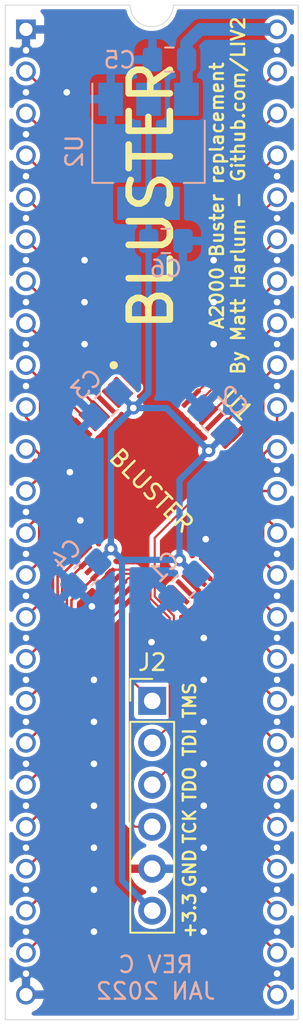
<source format=kicad_pcb>
(kicad_pcb (version 20211014) (generator pcbnew)
  (layers (0 "F.Cu" signal) (31 "B.Cu" signal) (34 "B.Paste" user) (35 "F.Paste" user) (36 "B.SilkS" user "B.Silkscreen") (37 "F.SilkS" user "F.Silkscreen") (38 "B.Mask" user) (39 "F.Mask" user) (44 "Edge.Cuts" user))
  (net 0 "")
  (net 1 "GND")
  (net 2 "+3V3")
  (net 3 "+5V")
  (net 4 "/TCK")
  (net 5 "/TDO")
  (net 6 "/TDI")
  (net 7 "/TMS")
  (net 8 "/DOE")
  (net 9 "/GBG")
  (net 10 "/~{DBOE}")
  (net 11 "/~{C4}")
  (net 12 "/D2P")
  (net 13 "/~{C2}")
  (net 14 "/C3")
  (net 15 "/C1")
  (net 16 "/~{RST}")
  (net 17 "/~{CDAC}")
  (net 18 "/~{OWN}")
  (net 19 "/~{BG}")
  (net 20 "/~{OVR}")
  (net 21 "/~{SLAVE5}")
  (net 22 "/~{BOSS}")
  (net 23 "/~{SLAVE4}")
  (net 24 "/~{UDS}")
  (net 25 "/~{SLAVE3}")
  (net 26 "/~{LDS}")
  (net 27 "/~{SLAVE2}")
  (net 28 "/~{AS}")
  (net 29 "/~{SLAVE1}")
  (net 30 "/READ")
  (net 31 "/~{BR5}")
  (net 32 "/~{A23}")
  (net 33 "/~{BR4}")
  (net 34 "/~{A22}")
  (net 35 "/~{BR3}")
  (net 36 "/~{A21}")
  (net 37 "/~{BR2}")
  (net 38 "/~{A20}")
  (net 39 "/~{BR1}")
  (net 40 "/~{A19}")
  (net 41 "/~{BG5}")
  (net 42 "/~{CBG}")
  (net 43 "/~{BG4}")
  (net 44 "/~{CBR}")
  (net 45 "/~{BG3}")
  (net 46 "/~{BR}")
  (net 47 "/~{BG2}")
  (net 48 "/~{BEER}")
  (net 49 "/~{BG1}")
  (net 50 "/PTEST")
  (net 51 "/TEST")
  (net 52 "/25")
  (footprint "Package_DIP:DIP-48_W15.24mm_Socket" (layer "F.Cu") (at 161.28 39.57)
    (fp_text reference "J1" hide)
    (fp_text value "Buster" hide)
    (pad "1" thru_hole rect (at 0 0) (size 1.2 1.2) (drill 0.8) (layers *.Cu *.Mask) (net 1 "GND"))
    (pad "2" thru_hole oval (at 0 2.54) (size 1.2 1.2) (drill 0.8) (layers *.Cu *.Mask) (net 49 "/~{BG1}"))
    (pad "3" thru_hole oval (at 0 5.08) (size 1.2 1.2) (drill 0.8) (layers *.Cu *.Mask) (net 47 "/~{BG2}"))
    (pad "4" thru_hole oval (at 0 7.62) (size 1.2 1.2) (drill 0.8) (layers *.Cu *.Mask) (net 45 "/~{BG3}"))
    (pad "5" thru_hole oval (at 0 10.16) (size 1.2 1.2) (drill 0.8) (layers *.Cu *.Mask) (net 43 "/~{BG4}"))
    (pad "6" thru_hole oval (at 0 12.7) (size 1.2 1.2) (drill 0.8) (layers *.Cu *.Mask) (net 41 "/~{BG5}"))
    (pad "7" thru_hole oval (at 0 15.24) (size 1.2 1.2) (drill 0.8) (layers *.Cu *.Mask) (net 39 "/~{BR1}"))
    (pad "8" thru_hole oval (at 0 17.78) (size 1.2 1.2) (drill 0.8) (layers *.Cu *.Mask) (net 37 "/~{BR2}"))
    (pad "9" thru_hole oval (at 0 20.32) (size 1.2 1.2) (drill 0.8) (layers *.Cu *.Mask) (net 35 "/~{BR3}"))
    (pad "10" thru_hole oval (at 0 22.86) (size 1.2 1.2) (drill 0.8) (layers *.Cu *.Mask) (net 33 "/~{BR4}"))
    (pad "11" thru_hole oval (at 0 25.4) (size 1.2 1.2) (drill 0.8) (layers *.Cu *.Mask) (net 31 "/~{BR5}"))
    (pad "12" thru_hole oval (at 0 27.94) (size 1.2 1.2) (drill 0.8) (layers *.Cu *.Mask) (net 29 "/~{SLAVE1}"))
    (pad "13" thru_hole oval (at 0 30.48) (size 1.2 1.2) (drill 0.8) (layers *.Cu *.Mask) (net 27 "/~{SLAVE2}"))
    (pad "14" thru_hole oval (at 0 33.02) (size 1.2 1.2) (drill 0.8) (layers *.Cu *.Mask) (net 25 "/~{SLAVE3}"))
    (pad "15" thru_hole oval (at 0 35.56) (size 1.2 1.2) (drill 0.8) (layers *.Cu *.Mask) (net 23 "/~{SLAVE4}"))
    (pad "16" thru_hole oval (at 0 38.1) (size 1.2 1.2) (drill 0.8) (layers *.Cu *.Mask) (net 21 "/~{SLAVE5}"))
    (pad "17" thru_hole oval (at 0 40.64) (size 1.2 1.2) (drill 0.8) (layers *.Cu *.Mask) (net 19 "/~{BG}"))
    (pad "18" thru_hole oval (at 0 43.18) (size 1.2 1.2) (drill 0.8) (layers *.Cu *.Mask) (net 17 "/~{CDAC}"))
    (pad "19" thru_hole oval (at 0 45.72) (size 1.2 1.2) (drill 0.8) (layers *.Cu *.Mask) (net 15 "/C1"))
    (pad "20" thru_hole oval (at 0 48.26) (size 1.2 1.2) (drill 0.8) (layers *.Cu *.Mask) (net 14 "/C3"))
    (pad "21" thru_hole oval (at 0 50.8) (size 1.2 1.2) (drill 0.8) (layers *.Cu *.Mask) (net 13 "/~{C2}"))
    (pad "22" thru_hole oval (at 0 53.34) (size 1.2 1.2) (drill 0.8) (layers *.Cu *.Mask) (net 11 "/~{C4}"))
    (pad "23" thru_hole oval (at 0 55.88) (size 1.2 1.2) (drill 0.8) (layers *.Cu *.Mask) (net 9 "/GBG"))
    (pad "24" thru_hole oval (at 0 58.42) (size 1.2 1.2) (drill 0.8) (layers *.Cu *.Mask) (net 1 "GND"))
    (pad "25" thru_hole oval (at 15.24 58.42) (size 1.2 1.2) (drill 0.8) (layers *.Cu *.Mask) (net 52 "/25"))
    (pad "26" thru_hole oval (at 15.24 55.88) (size 1.2 1.2) (drill 0.8) (layers *.Cu *.Mask) (net 48 "/~{BEER}"))
    (pad "27" thru_hole oval (at 15.24 53.34) (size 1.2 1.2) (drill 0.8) (layers *.Cu *.Mask) (net 46 "/~{BR}"))
    (pad "28" thru_hole oval (at 15.24 50.8) (size 1.2 1.2) (drill 0.8) (layers *.Cu *.Mask) (net 44 "/~{CBR}"))
    (pad "29" thru_hole oval (at 15.24 48.26) (size 1.2 1.2) (drill 0.8) (layers *.Cu *.Mask) (net 42 "/~{CBG}"))
    (pad "30" thru_hole oval (at 15.24 45.72) (size 1.2 1.2) (drill 0.8) (layers *.Cu *.Mask) (net 40 "/~{A19}"))
    (pad "31" thru_hole oval (at 15.24 43.18) (size 1.2 1.2) (drill 0.8) (layers *.Cu *.Mask) (net 38 "/~{A20}"))
    (pad "32" thru_hole oval (at 15.24 40.64) (size 1.2 1.2) (drill 0.8) (layers *.Cu *.Mask) (net 36 "/~{A21}"))
    (pad "33" thru_hole oval (at 15.24 38.1) (size 1.2 1.2) (drill 0.8) (layers *.Cu *.Mask) (net 34 "/~{A22}"))
    (pad "34" thru_hole oval (at 15.24 35.56) (size 1.2 1.2) (drill 0.8) (layers *.Cu *.Mask) (net 32 "/~{A23}"))
    (pad "35" thru_hole oval (at 15.24 33.02) (size 1.2 1.2) (drill 0.8) (layers *.Cu *.Mask) (net 30 "/READ"))
    (pad "36" thru_hole oval (at 15.24 30.48) (size 1.2 1.2) (drill 0.8) (layers *.Cu *.Mask) (net 28 "/~{AS}"))
    (pad "37" thru_hole oval (at 15.24 27.94) (size 1.2 1.2) (drill 0.8) (layers *.Cu *.Mask) (net 26 "/~{LDS}"))
    (pad "38" thru_hole oval (at 15.24 25.4) (size 1.2 1.2) (drill 0.8) (layers *.Cu *.Mask) (net 24 "/~{UDS}"))
    (pad "39" thru_hole oval (at 15.24 22.86) (size 1.2 1.2) (drill 0.8) (layers *.Cu *.Mask) (net 22 "/~{BOSS}"))
    (pad "40" thru_hole oval (at 15.24 20.32) (size 1.2 1.2) (drill 0.8) (layers *.Cu *.Mask) (net 20 "/~{OVR}"))
    (pad "41" thru_hole oval (at 15.24 17.78) (size 1.2 1.2) (drill 0.8) (layers *.Cu *.Mask) (net 18 "/~{OWN}"))
    (pad "42" thru_hole oval (at 15.24 15.24) (size 1.2 1.2) (drill 0.8) (layers *.Cu *.Mask) (net 16 "/~{RST}"))
    (pad "43" thru_hole oval (at 15.24 12.7) (size 1.2 1.2) (drill 0.8) (layers *.Cu *.Mask) (net 51 "/TEST"))
    (pad "44" thru_hole oval (at 15.24 10.16) (size 1.2 1.2) (drill 0.8) (layers *.Cu *.Mask) (net 50 "/PTEST"))
    (pad "45" thru_hole oval (at 15.24 7.62) (size 1.2 1.2) (drill 0.8) (layers *.Cu *.Mask) (net 12 "/D2P"))
    (pad "46" thru_hole oval (at 15.24 5.08) (size 1.2 1.2) (drill 0.8) (layers *.Cu *.Mask) (net 10 "/~{DBOE}"))
    (pad "47" thru_hole oval (at 15.24 2.54) (size 1.2 1.2) (drill 0.8) (layers *.Cu *.Mask) (net 8 "/DOE"))
    (pad "48" thru_hole oval (at 15.24 0) (size 1.2 1.2) (drill 0.8) (layers *.Cu *.Mask) (net 3 "+5V"))
  )
  (footprint "Package_QFP:TQFP-64_10x10mm_P0.5mm" (layer "F.Cu") (at 168.8973 67.4878 -45)
    (fp_text reference "U1" (at 0 -7.35 -45) (layer "F.SilkS"))
    (fp_text value "BLUSTER" (at 0 0 -45) (layer "F.SilkS"))
    (fp_arc (start -6.800188 -3.700297) (mid -7.174073 -3.769778) (end -6.7945 -3.7465) (layer "F.SilkS") (width 0.12))
    (fp_poly (pts (xy -6.7945 -3.7465) (xy -6.985 -3.556) (xy -7.1755 -3.7465) (xy -6.985 -3.937)) (layer "F.SilkS") (width 0.1) (fill solid))
    (pad "1" smd roundrect locked (at -5.6625 -3.75 315) (size 1.475 0.3) (layers "F.Cu" "F.Paste" "F.Mask"))
    (pad "2" smd roundrect locked (at -5.6625 -3.25 315) (size 1.475 0.3) (layers "F.Cu" "F.Paste" "F.Mask"))
    (pad "3" smd roundrect locked (at -5.6625 -2.75 315) (size 1.475 0.3) (layers "F.Cu" "F.Paste" "F.Mask") (net 2 "+3V3"))
    (pad "4" smd roundrect locked (at -5.6625 -2.25 315) (size 1.475 0.3) (layers "F.Cu" "F.Paste" "F.Mask"))
    (pad "5" smd roundrect locked (at -5.6625 -1.75 315) (size 1.475 0.3) (layers "F.Cu" "F.Paste" "F.Mask") (net 49 "/~{BG1}"))
    (pad "6" smd roundrect locked (at -5.6625 -1.25 315) (size 1.475 0.3) (layers "F.Cu" "F.Paste" "F.Mask") (net 47 "/~{BG2}"))
    (pad "7" smd roundrect locked (at -5.6625 -0.75 315) (size 1.475 0.3) (layers "F.Cu" "F.Paste" "F.Mask") (net 45 "/~{BG3}"))
    (pad "8" smd roundrect locked (at -5.6625 -0.25 315) (size 1.475 0.3) (layers "F.Cu" "F.Paste" "F.Mask") (net 43 "/~{BG4}"))
    (pad "9" smd roundrect locked (at -5.6625 0.25 315) (size 1.475 0.3) (layers "F.Cu" "F.Paste" "F.Mask") (net 41 "/~{BG5}"))
    (pad "10" smd roundrect locked (at -5.6625 0.75 315) (size 1.475 0.3) (layers "F.Cu" "F.Paste" "F.Mask") (net 39 "/~{BR1}"))
    (pad "11" smd roundrect locked (at -5.6625 1.25 315) (size 1.475 0.3) (layers "F.Cu" "F.Paste" "F.Mask") (net 37 "/~{BR2}"))
    (pad "12" smd roundrect locked (at -5.6625 1.75 315) (size 1.475 0.3) (layers "F.Cu" "F.Paste" "F.Mask") (net 35 "/~{BR3}"))
    (pad "13" smd roundrect locked (at -5.6625 2.25 315) (size 1.475 0.3) (layers "F.Cu" "F.Paste" "F.Mask") (net 33 "/~{BR4}"))
    (pad "14" smd roundrect locked (at -5.6625 2.75 315) (size 1.475 0.3) (layers "F.Cu" "F.Paste" "F.Mask") (net 1 "GND"))
    (pad "15" smd roundrect locked (at -5.6625 3.25 315) (size 1.475 0.3) (layers "F.Cu" "F.Paste" "F.Mask") (net 31 "/~{BR5}"))
    (pad "16" smd roundrect locked (at -5.6625 3.75 315) (size 1.475 0.3) (layers "F.Cu" "F.Paste" "F.Mask") (net 29 "/~{SLAVE1}"))
    (pad "17" smd roundrect locked (at -3.75 5.6625 315) (size 0.3 1.475) (layers "F.Cu" "F.Paste" "F.Mask") (net 27 "/~{SLAVE2}"))
    (pad "18" smd roundrect locked (at -3.25 5.6625 315) (size 0.3 1.475) (layers "F.Cu" "F.Paste" "F.Mask") (net 25 "/~{SLAVE3}"))
    (pad "19" smd roundrect locked (at -2.75 5.6625 315) (size 0.3 1.475) (layers "F.Cu" "F.Paste" "F.Mask") (net 23 "/~{SLAVE4}"))
    (pad "20" smd roundrect locked (at -2.25 5.6625 315) (size 0.3 1.475) (layers "F.Cu" "F.Paste" "F.Mask") (net 21 "/~{SLAVE5}"))
    (pad "21" smd roundrect locked (at -1.75 5.6625 315) (size 0.3 1.475) (layers "F.Cu" "F.Paste" "F.Mask") (net 1 "GND"))
    (pad "22" smd roundrect locked (at -1.25 5.6625 315) (size 0.3 1.475) (layers "F.Cu" "F.Paste" "F.Mask") (net 19 "/~{BG}"))
    (pad "23" smd roundrect locked (at -0.75 5.6625 315) (size 0.3 1.475) (layers "F.Cu" "F.Paste" "F.Mask") (net 17 "/~{CDAC}"))
    (pad "24" smd roundrect locked (at -0.25 5.6625 315) (size 0.3 1.475) (layers "F.Cu" "F.Paste" "F.Mask") (net 15 "/C1"))
    (pad "25" smd roundrect locked (at 0.25 5.6625 315) (size 0.3 1.475) (layers "F.Cu" "F.Paste" "F.Mask") (net 14 "/C3"))
    (pad "26" smd roundrect locked (at 0.75 5.6625 315) (size 0.3 1.475) (layers "F.Cu" "F.Paste" "F.Mask") (net 2 "+3V3"))
    (pad "27" smd roundrect locked (at 1.25 5.6625 315) (size 0.3 1.475) (layers "F.Cu" "F.Paste" "F.Mask") (net 13 "/~{C2}"))
    (pad "28" smd roundrect locked (at 1.75 5.6625 315) (size 0.3 1.475) (layers "F.Cu" "F.Paste" "F.Mask") (net 6 "/TDI"))
    (pad "29" smd roundrect locked (at 2.25 5.6625 315) (size 0.3 1.475) (layers "F.Cu" "F.Paste" "F.Mask") (net 7 "/TMS"))
    (pad "30" smd roundrect locked (at 2.75 5.6625 315) (size 0.3 1.475) (layers "F.Cu" "F.Paste" "F.Mask") (net 4 "/TCK"))
    (pad "31" smd roundrect locked (at 3.25 5.6625 315) (size 0.3 1.475) (layers "F.Cu" "F.Paste" "F.Mask") (net 11 "/~{C4}"))
    (pad "32" smd roundrect locked (at 3.75 5.6625 315) (size 0.3 1.475) (layers "F.Cu" "F.Paste" "F.Mask") (net 9 "/GBG"))
    (pad "33" smd roundrect locked (at 5.6625 3.75 315) (size 1.475 0.3) (layers "F.Cu" "F.Paste" "F.Mask"))
    (pad "34" smd roundrect locked (at 5.6625 3.25 315) (size 1.475 0.3) (layers "F.Cu" "F.Paste" "F.Mask"))
    (pad "35" smd roundrect locked (at 5.6625 2.75 315) (size 1.475 0.3) (layers "F.Cu" "F.Paste" "F.Mask") (net 52 "/25"))
    (pad "36" smd roundrect locked (at 5.6625 2.25 315) (size 1.475 0.3) (layers "F.Cu" "F.Paste" "F.Mask") (net 48 "/~{BEER}"))
    (pad "37" smd roundrect locked (at 5.6625 1.75 315) (size 1.475 0.3) (layers "F.Cu" "F.Paste" "F.Mask") (net 2 "+3V3"))
    (pad "38" smd roundrect locked (at 5.6625 1.25 315) (size 1.475 0.3) (layers "F.Cu" "F.Paste" "F.Mask") (net 46 "/~{BR}"))
    (pad "39" smd roundrect locked (at 5.6625 0.75 315) (size 1.475 0.3) (layers "F.Cu" "F.Paste" "F.Mask") (net 44 "/~{CBR}"))
    (pad "40" smd roundrect locked (at 5.6625 0.25 315) (size 1.475 0.3) (layers "F.Cu" "F.Paste" "F.Mask") (net 42 "/~{CBG}"))
    (pad "41" smd roundrect locked (at 5.6625 -0.25 315) (size 1.475 0.3) (layers "F.Cu" "F.Paste" "F.Mask") (net 1 "GND"))
    (pad "42" smd roundrect locked (at 5.6625 -0.75 315) (size 1.475 0.3) (layers "F.Cu" "F.Paste" "F.Mask") (net 40 "/~{A19}"))
    (pad "43" smd roundrect locked (at 5.6625 -1.25 315) (size 1.475 0.3) (layers "F.Cu" "F.Paste" "F.Mask") (net 38 "/~{A20}"))
    (pad "44" smd roundrect locked (at 5.6625 -1.75 315) (size 1.475 0.3) (layers "F.Cu" "F.Paste" "F.Mask") (net 36 "/~{A21}"))
    (pad "45" smd roundrect locked (at 5.6625 -2.25 315) (size 1.475 0.3) (layers "F.Cu" "F.Paste" "F.Mask") (net 34 "/~{A22}"))
    (pad "46" smd roundrect locked (at 5.6625 -2.75 315) (size 1.475 0.3) (layers "F.Cu" "F.Paste" "F.Mask") (net 32 "/~{A23}"))
    (pad "47" smd roundrect locked (at 5.6625 -3.25 315) (size 1.475 0.3) (layers "F.Cu" "F.Paste" "F.Mask") (net 30 "/READ"))
    (pad "48" smd roundrect locked (at 5.6625 -3.75 315) (size 1.475 0.3) (layers "F.Cu" "F.Paste" "F.Mask") (net 28 "/~{AS}"))
    (pad "49" smd roundrect locked (at 3.75 -5.6625 315) (size 0.3 1.475) (layers "F.Cu" "F.Paste" "F.Mask") (net 26 "/~{LDS}"))
    (pad "50" smd roundrect locked (at 3.25 -5.6625 315) (size 0.3 1.475) (layers "F.Cu" "F.Paste" "F.Mask") (net 24 "/~{UDS}"))
    (pad "51" smd roundrect locked (at 2.75 -5.6625 315) (size 0.3 1.475) (layers "F.Cu" "F.Paste" "F.Mask") (net 22 "/~{BOSS}"))
    (pad "52" smd roundrect locked (at 2.25 -5.6625 315) (size 0.3 1.475) (layers "F.Cu" "F.Paste" "F.Mask") (net 20 "/~{OVR}"))
    (pad "53" smd roundrect locked (at 1.75 -5.6625 315) (size 0.3 1.475) (layers "F.Cu" "F.Paste" "F.Mask") (net 5 "/TDO"))
    (pad "54" smd roundrect locked (at 1.25 -5.6625 315) (size 0.3 1.475) (layers "F.Cu" "F.Paste" "F.Mask") (net 1 "GND"))
    (pad "55" smd roundrect locked (at 0.75 -5.6625 315) (size 0.3 1.475) (layers "F.Cu" "F.Paste" "F.Mask") (net 2 "+3V3"))
    (pad "56" smd roundrect locked (at 0.25 -5.6625 315) (size 0.3 1.475) (layers "F.Cu" "F.Paste" "F.Mask") (net 18 "/~{OWN}"))
    (pad "57" smd roundrect locked (at -0.25 -5.6625 315) (size 0.3 1.475) (layers "F.Cu" "F.Paste" "F.Mask") (net 16 "/~{RST}"))
    (pad "58" smd roundrect locked (at -0.75 -5.6625 315) (size 0.3 1.475) (layers "F.Cu" "F.Paste" "F.Mask") (net 51 "/TEST"))
    (pad "59" smd roundrect locked (at -1.25 -5.6625 315) (size 0.3 1.475) (layers "F.Cu" "F.Paste" "F.Mask") (net 50 "/PTEST"))
    (pad "60" smd roundrect locked (at -1.75 -5.6625 315) (size 0.3 1.475) (layers "F.Cu" "F.Paste" "F.Mask") (net 12 "/D2P"))
    (pad "61" smd roundrect locked (at -2.25 -5.6625 315) (size 0.3 1.475) (layers "F.Cu" "F.Paste" "F.Mask") (net 10 "/~{DBOE}"))
    (pad "62" smd roundrect locked (at -2.75 -5.6625 315) (size 0.3 1.475) (layers "F.Cu" "F.Paste" "F.Mask") (net 8 "/DOE"))
    (pad "63" smd roundrect locked (at -3.25 -5.6625 315) (size 0.3 1.475) (layers "F.Cu" "F.Paste" "F.Mask"))
    (pad "64" smd roundrect locked (at -3.75 -5.6625 315) (size 0.3 1.475) (layers "F.Cu" "F.Paste" "F.Mask"))
  )
  (footprint "Connector_PinHeader_2.54mm:PinHeader_1x06_P2.54mm_Vertical" (layer "F.Cu") (at 168.941958 80.21)
    (fp_text reference "J2" (at 0 -2.33) (layer "F.SilkS"))
    (fp_text value "Buster")
    (fp_line (start -1.33 14.03) (end 1.33 14.03) (layer "F.SilkS") (width 0.12))
    (fp_line (start -1.33 1.27) (end 1.33 1.27) (layer "F.SilkS") (width 0.12))
    (fp_line (start -1.33 0) (end -1.33 -1.33) (layer "F.SilkS") (width 0.12))
    (fp_line (start -1.33 1.27) (end -1.33 14.03) (layer "F.SilkS") (width 0.12))
    (fp_line (start -1.33 -1.33) (end 0 -1.33) (layer "F.SilkS") (width 0.12))
    (fp_line (start 1.33 1.27) (end 1.33 14.03) (layer "F.SilkS") (width 0.12))
    (pad "1" thru_hole rect locked (at 0 0) (size 1.7 1.7) (drill 1) (layers *.Cu *.Mask) (net 7 "/TMS"))
    (pad "2" thru_hole oval locked (at 0 2.54) (size 1.7 1.7) (drill 1) (layers *.Cu *.Mask) (net 6 "/TDI"))
    (pad "3" thru_hole oval locked (at 0 5.08) (size 1.7 1.7) (drill 1) (layers *.Cu *.Mask) (net 5 "/TDO"))
    (pad "4" thru_hole oval locked (at 0 7.62) (size 1.7 1.7) (drill 1) (layers *.Cu *.Mask) (net 4 "/TCK"))
    (pad "5" thru_hole oval locked (at 0 10.16) (size 1.7 1.7) (drill 1) (layers *.Cu *.Mask) (net 1 "GND"))
    (pad "6" thru_hole oval locked (at 0 12.7) (size 1.7 1.7) (drill 1) (layers *.Cu *.Mask) (net 2 "+3V3"))
  )
  (footprint "Capacitor_SMD:C_0805_2012Metric_Pad1.18x1.45mm_HandSolder" (layer "B.Cu") (at 169.99 41.4 180)
    (fp_text reference "C5" (at 3.02 -0.025) (layer "B.SilkS") (effects (justify mirror)))
    (fp_text value "47u")
    (fp_line (start -0.261252 0.735) (end 0.261252 0.735) (layer "B.SilkS") (width 0.12))
    (fp_line (start -0.261252 -0.735) (end 0.261252 -0.735) (layer "B.SilkS") (width 0.12))
    (pad "1" smd roundrect locked (at -1.0375 0 180) (size 1.175 1.45) (layers "B.Cu" "B.Paste" "B.Mask") (roundrect_rratio 0.2127659574) (net 3 "+5V"))
    (pad "2" smd roundrect locked (at 1.0375 0 180) (size 1.175 1.45) (layers "B.Cu" "B.Paste" "B.Mask") (roundrect_rratio 0.2127659574) (net 1 "GND"))
  )
  (footprint "Capacitor_SMD:C_0805_2012Metric_Pad1.18x1.45mm_HandSolder" (layer "B.Cu") (at 169.77 52.375)
    (fp_text reference "C6" (at 0 1.68) (layer "B.SilkS") (effects (justify mirror)))
    (fp_text value "10u")
    (fp_line (start -0.261252 0.735) (end 0.261252 0.735) (layer "B.SilkS") (width 0.12))
    (fp_line (start -0.261252 -0.735) (end 0.261252 -0.735) (layer "B.SilkS") (width 0.12))
    (pad "1" smd roundrect locked (at -1.0375 0) (size 1.175 1.45) (layers "B.Cu" "B.Paste" "B.Mask") (roundrect_rratio 0.2127659574) (net 2 "+3V3"))
    (pad "2" smd roundrect locked (at 1.0375 0) (size 1.175 1.45) (layers "B.Cu" "B.Paste" "B.Mask") (roundrect_rratio 0.2127659574) (net 1 "GND"))
  )
  (footprint "Capacitor_SMD:C_0805_2012Metric_Pad1.18x1.45mm_HandSolder" (layer "B.Cu") (at 170.86 73.27 -135)
    (fp_text reference "C1" (at 0 1.68 45) (layer "B.SilkS") (effects (justify mirror)))
    (fp_text value "0.1u")
    (fp_line (start -0.261252 0.735) (end 0.261252 0.735) (layer "B.SilkS") (width 0.12))
    (fp_line (start -0.261252 -0.735) (end 0.261252 -0.735) (layer "B.SilkS") (width 0.12))
    (pad "1" smd roundrect locked (at -1.0375 0 225) (size 1.175 1.45) (layers "B.Cu" "B.Paste" "B.Mask") (roundrect_rratio 0.2127659574) (net 2 "+3V3"))
    (pad "2" smd roundrect locked (at 1.0375 0 225) (size 1.175 1.45) (layers "B.Cu" "B.Paste" "B.Mask") (roundrect_rratio 0.2127659574) (net 1 "GND"))
  )
  (footprint "Capacitor_SMD:C_0805_2012Metric_Pad1.18x1.45mm_HandSolder" (layer "B.Cu") (at 166.15 62.26 -135)
    (fp_text reference "C3" (at 0 1.68 45) (layer "B.SilkS") (effects (justify mirror)))
    (fp_text value "0.1u")
    (fp_line (start -0.261252 -0.735) (end 0.261252 -0.735) (layer "B.SilkS") (width 0.12))
    (fp_line (start -0.261252 0.735) (end 0.261252 0.735) (layer "B.SilkS") (width 0.12))
    (pad "1" smd roundrect locked (at -1.0375 0 225) (size 1.175 1.45) (layers "B.Cu" "B.Paste" "B.Mask") (roundrect_rratio 0.2127659574) (net 2 "+3V3"))
    (pad "2" smd roundrect locked (at 1.0375 0 225) (size 1.175 1.45) (layers "B.Cu" "B.Paste" "B.Mask") (roundrect_rratio 0.2127659574) (net 1 "GND"))
  )
  (footprint "Capacitor_SMD:C_0805_2012Metric_Pad1.18x1.45mm_HandSolder" (layer "B.Cu") (at 164.915638 72.530122 -135)
    (fp_text reference "C4" (at 0 1.68 45) (layer "B.SilkS") (effects (justify mirror)))
    (fp_text value "0.1u")
    (fp_line (start -0.261252 -0.735) (end 0.261252 -0.735) (layer "B.SilkS") (width 0.12))
    (fp_line (start -0.261252 0.735) (end 0.261252 0.735) (layer "B.SilkS") (width 0.12))
    (pad "1" smd roundrect locked (at -1.0375 0 225) (size 1.175 1.45) (layers "B.Cu" "B.Paste" "B.Mask") (roundrect_rratio 0.2127659574) (net 2 "+3V3"))
    (pad "2" smd roundrect locked (at 1.0375 0 225) (size 1.175 1.45) (layers "B.Cu" "B.Paste" "B.Mask") (roundrect_rratio 0.2127659574) (net 1 "GND"))
  )
  (footprint "Capacitor_SMD:C_0805_2012Metric_Pad1.18x1.45mm_HandSolder" (layer "B.Cu") (at 172.65 63.24 135)
    (fp_text reference "C2" (at 0 1.68 135) (layer "B.SilkS") (effects (justify mirror)))
    (fp_text value "0.1u")
    (fp_line (start -0.261252 -0.735) (end 0.261252 -0.735) (layer "B.SilkS") (width 0.12))
    (fp_line (start -0.261252 0.735) (end 0.261252 0.735) (layer "B.SilkS") (width 0.12))
    (pad "1" smd roundrect locked (at -1.0375 0 135) (size 1.175 1.45) (layers "B.Cu" "B.Paste" "B.Mask") (roundrect_rratio 0.2127659574) (net 2 "+3V3"))
    (pad "2" smd roundrect locked (at 1.0375 0 135) (size 1.175 1.45) (layers "B.Cu" "B.Paste" "B.Mask") (roundrect_rratio 0.2127659574) (net 1 "GND"))
  )
  (footprint "Package_TO_SOT_SMD:SOT-223-3_TabPin2" (layer "B.Cu") (at 168.72 46.95 -90)
    (fp_text reference "U2" (at 0 4.5 90) (layer "B.SilkS") (effects (justify mirror)))
    (fp_text value "LM1117-3.3")
    (fp_line (start -4.1 3.41) (end 1.91 3.41) (layer "B.SilkS") (width 0.12))
    (fp_line (start 1.91 3.41) (end 1.91 2.15) (layer "B.SilkS") (width 0.12))
    (fp_line (start 1.91 -3.41) (end 1.91 -2.15) (layer "B.SilkS") (width 0.12))
    (fp_line (start -1.85 -3.41) (end 1.91 -3.41) (layer "B.SilkS") (width 0.12))
    (pad "1" smd rect locked (at -3.15 2.3 270) (size 2 1.5) (layers "B.Cu" "B.Paste" "B.Mask") (net 1 "GND"))
    (pad "2" smd rect locked (at -3.15 0 270) (size 2 1.5) (layers "B.Cu" "B.Paste" "B.Mask") (net 2 "+3V3"))
    (pad "2" smd rect locked (at 3.15 0 270) (size 2 3.8) (layers "B.Cu" "B.Paste" "B.Mask") (net 2 "+3V3"))
    (pad "3" smd rect locked (at -3.15 -2.3 270) (size 2 1.5) (layers "B.Cu" "B.Paste" "B.Mask") (net 3 "+5V"))
  )
  (gr_line (start 177.8 99.514) (end 177.8 38.1) (layer "Edge.Cuts") (width 0.05))
  (gr_line (start 160.02 38.1) (end 160.02 99.514) (layer "Edge.Cuts") (width 0.05))
  (gr_line (start 167.6 38.1) (end 160.02 38.1) (layer "Edge.Cuts") (width 0.05))
  (gr_line (start 160.02 99.514) (end 177.8 99.514) (layer "Edge.Cuts") (width 0.05))
  (gr_line (start 170.22 38.1) (end 177.8 38.1) (layer "Edge.Cuts") (width 0.05))
  (gr_arc (start 170.22 38.1) (mid 168.91 39.41) (end 167.6 38.1) (layer "Edge.Cuts") (width 0.05))
  (gr_text "REV C\nJAN 2022" (at 169.154 96.974) (layer "B.SilkS") (effects (font (size 1 1)) (justify mirror)))
  (gr_text "TDI" (at 171.212484 82.723516 90) (layer "F.SilkS") (effects (font (size 0.75 0.75))))
  (gr_text "TMS" (at 171.212484 80.183516 90) (layer "F.SilkS") (effects (font (size 0.75 0.75))))
  (gr_text "TDO" (at 171.212484 85.263516 90) (layer "F.SilkS") (effects (font (size 0.75 0.75))))
  (gr_text "TCK" (at 171.212484 87.803516 90) (layer "F.SilkS") (effects (font (size 0.75 0.75))))
  (gr_text "+3.3" (at 171.212484 93.198316 90) (layer "F.SilkS") (effects (font (size 0.75 0.75))))
  (gr_text "GND" (at 171.212484 90.343516 90) (layer "F.SilkS") (effects (font (size 0.75 0.75))))
  (gr_text "BLUSTER" (at 168.878458 49.632443 90) (layer "F.SilkS") (effects (font (size 2.5 2.5) (thickness 0.4))))
  (gr_text "A2000 Buster replacement\nBy Matt Harlum - Github.com/LIV2\n" (at 173.513958 49.632443 90) (layer "F.SilkS") (effects (font (size 0.8 0.8))))
  (segment (start 163.655871 70.214129) (end 163.655871 70.254355) (width 0.127) (layer "F.Cu") (net 1))
  (segment (start 163.008351 65.428351) (end 163.947 66.367) (width 0.127) (layer "F.Cu") (net 1))
  (segment (start 173.785176 64.367691) (end 175.287924 62.864943) (width 0.381) (layer "F.Cu") (net 1))
  (segment (start 173.078069 71.315015) (end 172.189069 70.426015) (width 0.127) (layer "F.Cu") (net 1))
  (segment (start 175.287924 62.864943) (end 175.287924 59.286391) (width 0.381) (layer "F.Cu") (net 1))
  (segment (start 162.948764 65.428351) (end 163.008351 65.428351) (width 0.127) (layer "F.Cu") (net 1))
  (segment (start 175.954315 58.62) (end 176.52 58.62) (width 0.381) (layer "F.Cu") (net 1))
  (segment (start 164.582 69.288) (end 163.655871 70.214129) (width 0.127) (layer "F.Cu") (net 1))
  (segment (start 175.287924 59.286391) (end 175.954315 58.62) (width 0.381) (layer "F.Cu") (net 1))
  (via (at 164.836 58.62) (size 0.8) (drill 0.4) (layers "F.Cu" "B.Cu") (net 1))
  (via (at 164.836 56.08) (size 0.8) (drill 0.4) (layers "F.Cu" "B.Cu") (net 1))
  (via (at 164.836 53.54) (size 0.8) (drill 0.4) (layers "F.Cu" "B.Cu") (net 1))
  (via (at 172.67 56.08) (size 0.8) (drill 0.4) (layers "F.Cu" "B.Cu") (net 1))
  (via (at 172.67 53.54) (size 0.8) (drill 0.4) (layers "F.Cu" "B.Cu") (net 1))
  (via (at 172.67 58.62) (size 0.8) (drill 0.4) (layers "F.Cu" "B.Cu") (net 1))
  (via (at 172.07 78.94) (size 0.8) (drill 0.4) (layers "F.Cu" "B.Cu") (net 1))
  (via (at 172.07 76.4) (size 0.8) (drill 0.4) (layers "F.Cu" "B.Cu") (net 1))
  (via (at 172.07 91.64) (size 0.8) (drill 0.4) (layers "F.Cu" "B.Cu") (net 1))
  (via (at 172.07 89.1) (size 0.8) (drill 0.4) (layers "F.Cu" "B.Cu") (net 1))
  (via (at 172.07 84.02) (size 0.8) (drill 0.4) (layers "F.Cu" "B.Cu") (net 1))
  (via (at 172.07 94.18) (size 0.8) (drill 0.4) (layers "F.Cu" "B.Cu") (net 1))
  (via (at 172.07 86.56) (size 0.8) (drill 0.4) (layers "F.Cu" "B.Cu") (net 1))
  (via (at 172.07 81.48) (size 0.8) (drill 0.4) (layers "F.Cu" "B.Cu") (net 1))
  (via (at 165.4075 78.94) (size 0.8) (drill 0.4) (layers "F.Cu" "B.Cu") (net 1))
  (via (at 165.4075 81.48) (size 0.8) (drill 0.4) (layers "F.Cu" "B.Cu") (net 1))
  (via (at 165.4075 91.64) (size 0.8) (drill 0.4) (layers "F.Cu" "B.Cu") (net 1))
  (via (at 165.4075 86.56) (size 0.8) (drill 0.4) (layers "F.Cu" "B.Cu") (net 1))
  (via (at 165.4075 94.18) (size 0.8) (drill 0.4) (layers "F.Cu" "B.Cu") (net 1))
  (via (at 165.4075 84.02) (size 0.8) (drill 0.4) (layers "F.Cu" "B.Cu") (net 1))
  (via (at 165.4075 89.1) (size 0.8) (drill 0.4) (layers "F.Cu" "B.Cu") (net 1))
  (via (at 165.2805 74.495) (size 0.8) (drill 0.4) (layers "F.Cu" "B.Cu") (net 1))
  (via (at 176.52 73.86) (size 0.8) (drill 0.4) (layers "F.Cu" "B.Cu") (net 1))
  (via (at 161.28 96.72) (size 0.8) (drill 0.4) (layers "F.Cu" "B.Cu") (net 1))
  (via (at 161.28 51) (size 0.8) (drill 0.4) (layers "F.Cu" "B.Cu") (net 1))
  (via (at 161.28 86.56) (size 0.8) (drill 0.4) (layers "F.Cu" "B.Cu") (net 1))
  (via (at 161.28 73.86) (size 0.8) (drill 0.4) (layers "F.Cu" "B.Cu") (net 1))
  (via (at 176.52 71.32) (size 0.8) (drill 0.4) (layers "F.Cu" "B.Cu") (net 1))
  (via (at 161.28 84.02) (size 0.8) (drill 0.4) (layers "F.Cu" "B.Cu") (net 1))
  (via (at 176.52 66.24) (size 0.8) (drill 0.4) (layers "F.Cu" "B.Cu") (net 1))
  (via (at 161.28 43.38) (size 0.8) (drill 0.4) (layers "F.Cu" "B.Cu") (net 1))
  (via (at 176.52 76.4) (size 0.8) (drill 0.4) (layers "F.Cu" "B.Cu") (net 1))
  (via (at 176.52 61.16) (size 0.8) (drill 0.4) (layers "F.Cu" "B.Cu") (net 1))
  (via (at 161.28 89.1) (size 0.8) (drill 0.4) (layers "F.Cu" "B.Cu") (net 1))
  (via (at 176.52 96.72) (size 0.8) (drill 0.4) (layers "F.Cu" "B.Cu") (net 1))
  (via (at 161.28 81.48) (size 0.8) (drill 0.4) (layers "F.Cu" "B.Cu") (net 1))
  (via (at 161.28 91.64) (size 0.8) (drill 0.4) (layers "F.Cu" "B.Cu") (net 1))
  (via (at 176.52 89.1) (size 0.8) (drill 0.4) (layers "F.Cu" "B.Cu") (net 1))
  (via (at 176.52 84.02) (size 0.8) (drill 0.4) (layers "F.Cu" "B.Cu") (net 1))
  (via (at 161.28 61.16) (size 0.8) (drill 0.4) (layers "F.Cu" "B.Cu") (net 1))
  (via (at 161.28 45.92) (size 0.8) (drill 0.4) (layers "F.Cu" "B.Cu") (net 1))
  (via (at 176.52 78.94) (size 0.8) (drill 0.4) (layers "F.Cu" "B.Cu") (net 1))
  (via (at 168.9 76.654) (size 0.8) (drill 0.4) (layers "F.Cu" "B.Cu") (net 1))
  (via (at 161.28 48.46) (size 0.8) (drill 0.4) (layers "F.Cu" "B.Cu") (net 1))
  (via (at 161.28 68.78) (size 0.8) (drill 0.4) (layers "F.Cu" "B.Cu") (net 1))
  (via (at 161.28 56.08) (size 0.8) (drill 0.4) (layers "F.Cu" "B.Cu") (net 1))
  (via (at 163.947 66.367) (size 0.8) (drill 0.4) (layers "F.Cu" "B.Cu") (net 1))
  (via (at 161.28 78.94) (size 0.8) (drill 0.4) (layers "F.Cu" "B.Cu") (net 1))
  (via (at 176.52 56.08) (size 0.8) (drill 0.4) (layers "F.Cu" "B.Cu") (net 1))
  (via (at 176.52 86.56) (size 0.8) (drill 0.4) (layers "F.Cu" "B.Cu") (net 1))
  (via (at 176.52 58.62) (size 0.8) (drill 0.4) (layers "F.Cu" "B.Cu") (net 1))
  (via (at 176.52 94.18) (size 0.8) (drill 0.4) (layers "F.Cu" "B.Cu") (net 1))
  (via (at 161.28 53.54) (size 0.8) (drill 0.4) (layers "F.Cu" "B.Cu") (net 1))
  (via (at 161.28 76.4) (size 0.8) (drill 0.4) (layers "F.Cu" "B.Cu") (net 1))
  (via (at 176.52 53.54) (size 0.8) (drill 0.4) (layers "F.Cu" "B.Cu") (net 1))
  (via (at 161.28 40.84) (size 0.8) (drill 0.4) (layers "F.Cu" "B.Cu") (net 1))
  (via (at 176.52 40.84) (size 0.8) (drill 0.4) (layers "F.Cu" "B.Cu") (net 1))
  (via (at 161.28 71.32) (size 0.8) (drill 0.4) (layers "F.Cu" "B.Cu") (net 1))
  (via (at 164.582 69.288) (size 0.8) (drill 0.4) (layers "F.Cu" "B.Cu") (net 1))
  (via (at 163.7565 43.38) (size 0.8) (drill 0.4) (layers "F.Cu" "B.Cu") (net 1))
  (via (at 161.28 94.18) (size 0.8) (drill 0.4) (layers "F.Cu" "B.Cu") (net 1))
  (via (at 176.52 81.48) (size 0.8) (drill 0.4) (layers "F.Cu" "B.Cu") (net 1))
  (via (at 176.52 91.64) (size 0.8) (drill 0.4) (layers "F.Cu" "B.Cu") (net 1))
  (via (at 172.189069 70.426015) (size 0.8) (drill 0.4) (layers "F.Cu" "B.Cu") (net 1))
  (via (at 161.28 58.62) (size 0.8) (drill 0.4) (layers "F.Cu" "B.Cu") (net 1))
  (via (at 176.52 51) (size 0.8) (drill 0.4) (layers "F.Cu" "B.Cu") (net 1))
  (via (at 176.52 48.46) (size 0.8) (drill 0.4) (layers "F.Cu" "B.Cu") (net 1))
  (segment (start 166.185638 71.260122) (end 166.439638 71.006122) (width 0.3048) (layer "F.Cu") (net 2))
  (segment (start 166.837851 61.539264) (end 166.845623 61.539264) (width 0.3048) (layer "F.Cu") (net 2))
  (segment (start 166.845623 61.539264) (end 167.794237 62.487878) (width 0.3048) (layer "F.Cu") (net 2))
  (segment (start 170.598526 71.676622) (end 171.651133 72.729229) (width 0.3048) (layer "F.Cu") (net 2))
  (segment (start 173.431622 64.014138) (end 173.429809 64.014138) (width 0.3048) (layer "F.Cu") (net 2))
  (segment (start 165.423638 72.022122) (end 166.185638 71.260122) (width 0.3048) (layer "F.Cu") (net 2))
  (segment (start 171.651133 72.729229) (end 171.663855 72.729229) (width 0.3048) (layer "F.Cu") (net 2))
  (segment (start 173.429809 64.014138) (end 172.377036 65.066911) (width 0.3048) (layer "F.Cu") (net 2))
  (via (at 167.794237 62.487878) (size 0.8) (drill 0.4) (layers "F.Cu" "B.Cu") (net 2))
  (via (at 170.598526 71.676622) (size 0.8) (drill 0.4) (layers "F.Cu" "B.Cu") (net 2))
  (via (at 166.439638 71.006122) (size 0.8) (drill 0.4) (layers "F.Cu" "B.Cu") (net 2))
  (via (at 172.377036 65.066911) (size 0.8) (drill 0.4) (layers "F.Cu" "B.Cu") (net 2))
  (segment (start 169.798003 62.487878) (end 167.794237 62.487878) (width 0.381) (layer "B.Cu") (net 2))
  (segment (start 172.377036 65.066911) (end 173.26606 64.177887) (width 0.381) (layer "B.Cu") (net 2))
  (segment (start 173.26606 64.177887) (end 173.343228 64.177887) (width 0.381) (layer "B.Cu") (net 2))
  (segment (start 167.110138 71.676622) (end 166.439638 71.006122) (width 0.381) (layer "B.Cu") (net 2))
  (segment (start 172.377036 65.066911) (end 169.798003 62.487878) (width 0.381) (layer "B.Cu") (net 2))
  (segment (start 167.110138 71.676622) (end 167.110138 91.07818) (width 0.381) (layer "B.Cu") (net 2))
  (segment (start 167.794237 62.487878) (end 168.72 61.562115) (width 0.381) (layer "B.Cu") (net 2))
  (segment (start 170.598526 71.676622) (end 167.110138 71.676622) (width 0.381) (layer "B.Cu") (net 2))
  (segment (start 166.439638 71.006122) (end 165.649261 71.796499) (width 0.381) (layer "B.Cu") (net 2))
  (segment (start 166.947638 61.608122) (end 167.794237 62.454721) (width 0.381) (layer "B.Cu") (net 2))
  (segment (start 171.421015 72.558499) (end 171.421015 72.499111) (width 0.381) (layer "B.Cu") (net 2))
  (segment (start 167.110138 91.07818) (end 168.941958 92.91) (width 0.381) (layer "B.Cu") (net 2))
  (segment (start 168.720008 43.799989) (end 168.720008 50.100001) (width 0.381) (layer "B.Cu") (net 2))
  (segment (start 170.598526 66.845421) (end 172.377036 65.066911) (width 0.381) (layer "B.Cu") (net 2))
  (segment (start 168.72 61.562115) (end 168.72 50.1) (width 0.381) (layer "B.Cu") (net 2))
  (segment (start 167.794237 62.454721) (end 167.794237 62.487878) (width 0.381) (layer "B.Cu") (net 2))
  (segment (start 166.439638 63.842477) (end 167.794237 62.487878) (width 0.381) (layer "B.Cu") (net 2))
  (segment (start 166.439638 71.006122) (end 166.439638 63.842477) (width 0.381) (layer "B.Cu") (net 2))
  (segment (start 170.598526 71.676622) (end 170.598526 66.845421) (width 0.381) (layer "B.Cu") (net 2))
  (segment (start 171.421015 72.499111) (end 170.598526 71.676622) (width 0.381) (layer "B.Cu") (net 2))
  (segment (start 176.52 39.57) (end 171.86 39.57) (width 0.762) (layer "B.Cu") (net 3))
  (segment (start 171.02 40.41) (end 171.02 43.8) (width 0.762) (layer "B.Cu") (net 3))
  (segment (start 171.86 39.57) (end 171.02 40.41) (width 0.762) (layer "B.Cu") (net 3))
  (segment (start 167.910484 87.83) (end 168.941958 87.83) (width 0.127) (layer "F.Cu") (net 4))
  (segment (start 167.716622 72.777138) (end 168.331959 73.392475) (width 0.127) (layer "F.Cu") (net 4))
  (segment (start 167.497049 72.777138) (end 167.716622 72.777138) (width 0.127) (layer "F.Cu") (net 4))
  (segment (start 166.837851 73.436336) (end 167.497049 72.777138) (width 0.127) (layer "F.Cu") (net 4))
  (segment (start 167.589622 74.936138) (end 167.589622 87.509138) (width 0.127) (layer "F.Cu") (net 4))
  (segment (start 168.331959 73.392475) (end 168.331959 74.193801) (width 0.127) (layer "F.Cu") (net 4))
  (segment (start 167.589622 87.509138) (end 167.910484 87.83) (width 0.127) (layer "F.Cu") (net 4))
  (segment (start 168.331959 74.193801) (end 167.589622 74.936138) (width 0.127) (layer "F.Cu") (net 4))
  (segment (start 173.421742 66.01675) (end 169.093988 70.344504) (width 0.127) (layer "F.Cu") (net 5))
  (segment (start 169.093988 73.900504) (end 170.256632 75.063148) (width 0.127) (layer "F.Cu") (net 5))
  (segment (start 174.101755 64.721245) (end 173.421742 65.401258) (width 0.127) (layer "F.Cu") (net 5))
  (segment (start 174.138729 64.721245) (end 174.101755 64.721245) (width 0.127) (layer "F.Cu") (net 5))
  (segment (start 170.256632 83.975326) (end 168.941958 85.29) (width 0.127) (layer "F.Cu") (net 5))
  (segment (start 170.256632 75.063148) (end 170.256632 83.975326) (width 0.127) (layer "F.Cu") (net 5))
  (segment (start 169.093988 70.344504) (end 169.093988 73.900504) (width 0.127) (layer "F.Cu") (net 5))
  (segment (start 173.421742 65.401258) (end 173.421742 66.01675) (width 0.127) (layer "F.Cu") (net 5))
  (segment (start 168.839978 73.182048) (end 168.839978 74.027494) (width 0.127) (layer "F.Cu") (net 6))
  (segment (start 170.002622 75.190138) (end 170.002622 81.689336) (width 0.127) (layer "F.Cu") (net 6))
  (segment (start 170.002622 81.689336) (end 168.941958 82.75) (width 0.127) (layer "F.Cu") (net 6))
  (segment (start 166.130745 72.517097) (end 166.378723 72.269119) (width 0.127) (layer "F.Cu") (net 6))
  (segment (start 167.927052 72.26912) (end 168.839978 73.182048) (width 0.127) (layer "F.Cu") (net 6))
  (segment (start 168.839978 74.027494) (end 170.002622 75.190138) (width 0.127) (layer "F.Cu") (net 6))
  (segment (start 166.130745 72.729229) (end 166.130745 72.517097) (width 0.127) (layer "F.Cu") (net 6))
  (segment (start 166.378723 72.269119) (end 167.927052 72.26912) (width 0.127) (layer "F.Cu") (net 6))
  (segment (start 168.585968 74.299016) (end 167.843622 75.041362) (width 0.127) (layer "F.Cu") (net 7))
  (segment (start 167.843622 75.041362) (end 167.843622 79.111664) (width 0.127) (layer "F.Cu") (net 7))
  (segment (start 168.585969 73.287261) (end 168.585968 74.299016) (width 0.127) (layer "F.Cu") (net 7))
  (segment (start 167.043951 72.523129) (end 167.821837 72.523129) (width 0.127) (layer "F.Cu") (net 7))
  (segment (start 166.484298 73.082782) (end 167.043951 72.523129) (width 0.127) (layer "F.Cu") (net 7))
  (segment (start 167.821837 72.523129) (end 168.585969 73.287261) (width 0.127) (layer "F.Cu") (net 7))
  (segment (start 167.843622 79.111664) (end 168.941958 80.21) (width 0.127) (layer "F.Cu") (net 7))
  (segment (start 176.52 42.11) (end 173.334502 45.295498) (width 0.127) (layer "F.Cu") (net 8))
  (segment (start 173.334502 59.161511) (end 170.956749 61.539264) (width 0.127) (layer "F.Cu") (net 8))
  (segment (start 173.334502 45.295498) (end 173.334502 59.161511) (width 0.127) (layer "F.Cu") (net 8))
  (segment (start 167.544958 74.143443) (end 164.623958 77.064443) (width 0.1524) (layer "F.Cu") (net 9))
  (segment (start 164.623958 92.106042) (end 161.28 95.45) (width 0.1524) (layer "F.Cu") (net 9))
  (segment (start 164.623958 77.064443) (end 164.623958 92.106042) (width 0.1524) (layer "F.Cu") (net 9))
  (segment (start 173.588022 47.581978) (end 173.588022 59.615098) (width 0.127) (layer "F.Cu") (net 10))
  (segment (start 176.52 44.65) (end 173.588022 47.581978) (width 0.127) (layer "F.Cu") (net 10))
  (segment (start 173.588022 59.615098) (end 171.310302 61.892818) (width 0.127) (layer "F.Cu") (net 10))
  (segment (start 164.319241 89.870759) (end 161.28 92.91) (width 0.1524) (layer "F.Cu") (net 11))
  (segment (start 164.319241 76.662053) (end 164.319241 89.870759) (width 0.1524) (layer "F.Cu") (net 11))
  (segment (start 167.191405 73.789889) (end 164.319241 76.662053) (width 0.1524) (layer "F.Cu") (net 11))
  (segment (start 173.841542 49.868458) (end 173.841542 60.068684) (width 0.127) (layer "F.Cu") (net 12))
  (segment (start 173.841542 60.068684) (end 171.663855 62.246371) (width 0.127) (layer "F.Cu") (net 12))
  (segment (start 176.52 47.19) (end 173.841542 49.868458) (width 0.127) (layer "F.Cu") (net 12))
  (segment (start 164.039831 87.610169) (end 161.28 90.37) (width 0.1524) (layer "F.Cu") (net 13))
  (segment (start 164.039831 74.113036) (end 164.039831 87.610169) (width 0.1524) (layer "F.Cu") (net 13))
  (segment (start 165.777191 72.375676) (end 164.039831 74.113036) (width 0.1524) (layer "F.Cu") (net 13))
  (segment (start 163.760421 85.349579) (end 161.28 87.83) (width 0.1524) (layer "F.Cu") (net 14))
  (segment (start 163.760421 72.978233) (end 163.760421 85.349579) (width 0.1524) (layer "F.Cu") (net 14))
  (segment (start 165.070085 71.668569) (end 163.760421 72.978233) (width 0.1524) (layer "F.Cu") (net 14))
  (segment (start 163.481011 83.088989) (end 161.28 85.29) (width 0.1524) (layer "F.Cu") (net 15))
  (segment (start 164.716531 71.315015) (end 163.481011 72.550535) (width 0.1524) (layer "F.Cu") (net 15))
  (segment (start 163.481011 72.550535) (end 163.481011 83.088989) (width 0.1524) (layer "F.Cu") (net 15))
  (segment (start 174.614802 56.715198) (end 176.52 54.81) (width 0.1524) (layer "F.Cu") (net 16))
  (segment (start 174.614802 61.416744) (end 174.614802 56.715198) (width 0.1524) (layer "F.Cu") (net 16))
  (segment (start 172.724515 63.307031) (end 174.614802 61.416744) (width 0.1524) (layer "F.Cu") (net 16))
  (segment (start 163.201601 72.122839) (end 163.201601 80.828399) (width 0.1524) (layer "F.Cu") (net 17))
  (segment (start 164.362978 70.961462) (end 163.201601 72.122839) (width 0.1524) (layer "F.Cu") (net 17))
  (segment (start 163.201601 80.828399) (end 161.28 82.75) (width 0.1524) (layer "F.Cu") (net 17))
  (segment (start 174.894213 61.844441) (end 174.894213 58.975787) (width 0.1524) (layer "F.Cu") (net 18))
  (segment (start 174.894213 58.975787) (end 176.52 57.35) (width 0.1524) (layer "F.Cu") (net 18))
  (segment (start 173.078069 63.660585) (end 174.894213 61.844441) (width 0.1524) (layer "F.Cu") (net 18))
  (segment (start 162.922191 78.567809) (end 161.28 80.21) (width 0.1524) (layer "F.Cu") (net 19))
  (segment (start 162.922191 71.695142) (end 162.922191 78.567809) (width 0.1524) (layer "F.Cu") (net 19))
  (segment (start 164.009424 70.607909) (end 162.922191 71.695142) (width 0.1524) (layer "F.Cu") (net 19))
  (segment (start 175.681635 60.728365) (end 176.52 59.89) (width 0.1524) (layer "F.Cu") (net 20))
  (segment (start 175.681635 63.885445) (end 175.681635 60.728365) (width 0.1524) (layer "F.Cu") (net 20))
  (segment (start 174.492282 65.074798) (end 175.681635 63.885445) (width 0.1524) (layer "F.Cu") (net 20))
  (segment (start 162.64278 70.56034) (end 162.64278 76.30722) (width 0.1524) (layer "F.Cu") (net 21))
  (segment (start 163.302318 69.900802) (end 162.64278 70.56034) (width 0.1524) (layer "F.Cu") (net 21))
  (segment (start 162.64278 76.30722) (end 161.28 77.67) (width 0.1524) (layer "F.Cu") (net 21))
  (segment (start 174.845836 65.428351) (end 176.52 63.754187) (width 0.1524) (layer "F.Cu") (net 22))
  (segment (start 176.52 63.754187) (end 176.52 62.43) (width 0.1524) (layer "F.Cu") (net 22))
  (segment (start 162.363369 70.132644) (end 162.363369 74.04663) (width 0.1524) (layer "F.Cu") (net 23))
  (segment (start 162.363369 74.04663) (end 161.28 75.13) (width 0.1524) (layer "F.Cu") (net 23))
  (segment (start 162.948764 69.547249) (end 162.363369 70.132644) (width 0.1524) (layer "F.Cu") (net 23))
  (segment (start 175.199389 65.781905) (end 176.011294 64.97) (width 0.1524) (layer "F.Cu") (net 24))
  (segment (start 176.011294 64.97) (end 176.52 64.97) (width 0.1524) (layer "F.Cu") (net 24))
  (segment (start 162.083201 69.705705) (end 162.083201 70.435537) (width 0.1524) (layer "F.Cu") (net 25))
  (segment (start 162.595211 69.193695) (end 162.083201 69.705705) (width 0.1524) (layer "F.Cu") (net 25))
  (segment (start 162.070501 70.448237) (end 162.070501 71.799499) (width 0.1524) (layer "F.Cu") (net 25))
  (segment (start 162.070501 71.799499) (end 161.28 72.59) (width 0.1524) (layer "F.Cu") (net 25))
  (segment (start 162.083201 70.435537) (end 162.070501 70.448237) (width 0.1524) (layer "F.Cu") (net 25))
  (segment (start 174.910958 67.285443) (end 174.910958 66.777443) (width 0.1524) (layer "F.Cu") (net 26))
  (segment (start 176.52 67.51) (end 175.135515 67.51) (width 0.1524) (layer "F.Cu") (net 26))
  (segment (start 174.910958 66.777443) (end 175.552943 66.135458) (width 0.1524) (layer "F.Cu") (net 26))
  (segment (start 175.135515 67.51) (end 174.910958 67.285443) (width 0.1524) (layer "F.Cu") (net 26))
  (segment (start 162.241657 68.840142) (end 161.28 69.801799) (width 0.1524) (layer "F.Cu") (net 27))
  (segment (start 161.28 69.801799) (end 161.28 70.05) (width 0.1524) (layer "F.Cu") (net 27))
  (segment (start 175.552943 68.840142) (end 176.52 69.807199) (width 0.1524) (layer "F.Cu") (net 28))
  (segment (start 176.52 69.807199) (end 176.52 70.05) (width 0.1524) (layer "F.Cu") (net 28))
  (segment (start 162.241657 66.516458) (end 162.241657 66.135458) (width 0.1524) (layer "F.Cu") (net 29))
  (segment (start 161.28 67.478115) (end 162.241657 66.516458) (width 0.1524) (layer "F.Cu") (net 29))
  (segment (start 161.28 67.51) (end 161.28 67.478115) (width 0.1524) (layer "F.Cu") (net 29))
  (segment (start 175.672958 69.667264) (end 175.672958 71.742958) (width 0.1524) (layer "F.Cu") (net 30))
  (segment (start 175.199389 69.193695) (end 175.672958 69.667264) (width 0.1524) (layer "F.Cu") (net 30))
  (segment (start 175.672958 71.742958) (end 176.52 72.59) (width 0.1524) (layer "F.Cu") (net 30))
  (segment (start 161.783306 64.97) (end 161.28 64.97) (width 0.1524) (layer "F.Cu") (net 31))
  (segment (start 162.595211 65.781905) (end 161.783306 64.97) (width 0.1524) (layer "F.Cu") (net 31))
  (segment (start 175.393547 70.09496) (end 175.393547 71.858695) (width 0.1524) (layer "F.Cu") (net 32))
  (segment (start 174.845836 69.547249) (end 175.393547 70.09496) (width 0.1524) (layer "F.Cu") (net 32))
  (segment (start 175.393547 74.003547) (end 176.52 75.13) (width 0.1524) (layer "F.Cu") (net 32))
  (segment (start 175.393547 71.858695) (end 175.393547 74.003547) (width 0.1524) (layer "F.Cu") (net 32))
  (segment (start 163.302318 65.074798) (end 161.28 63.05248) (width 0.1524) (layer "F.Cu") (net 33))
  (segment (start 161.28 63.05248) (end 161.28 62.43) (width 0.1524) (layer "F.Cu") (net 33))
  (segment (start 174.492282 69.900802) (end 175.114136 70.522656) (width 0.1524) (layer "F.Cu") (net 34))
  (segment (start 175.114136 70.522656) (end 175.114136 76.264136) (width 0.1524) (layer "F.Cu") (net 34))
  (segment (start 175.114136 76.264136) (end 176.52 77.67) (width 0.1524) (layer "F.Cu") (net 34))
  (segment (start 162.138855 60.748855) (end 161.28 59.89) (width 0.1524) (layer "F.Cu") (net 35))
  (segment (start 163.655871 64.721245) (end 162.138855 63.204229) (width 0.1524) (layer "F.Cu") (net 35))
  (segment (start 162.138855 63.204229) (end 162.138855 60.748855) (width 0.1524) (layer "F.Cu") (net 35))
  (segment (start 174.138729 70.254355) (end 174.834725 70.950351) (width 0.1524) (layer "F.Cu") (net 36))
  (segment (start 174.834725 70.950351) (end 174.834725 78.524725) (width 0.1524) (layer "F.Cu") (net 36))
  (segment (start 174.834725 78.524725) (end 176.52 80.21) (width 0.1524) (layer "F.Cu") (net 36))
  (segment (start 162.418266 62.776533) (end 162.418266 58.488266) (width 0.1524) (layer "F.Cu") (net 37))
  (segment (start 162.418266 58.488266) (end 161.28 57.35) (width 0.1524) (layer "F.Cu") (net 37))
  (segment (start 164.009424 64.367691) (end 162.418266 62.776533) (width 0.1524) (layer "F.Cu") (net 37))
  (segment (start 173.785176 70.607909) (end 174.555316 71.378049) (width 0.1524) (layer "F.Cu") (net 38))
  (segment (start 174.555316 71.378049) (end 174.555316 80.785316) (width 0.1524) (layer "F.Cu") (net 38))
  (segment (start 174.555316 80.785316) (end 176.52 82.75) (width 0.1524) (layer "F.Cu") (net 38))
  (segment (start 162.697675 62.348835) (end 162.697675 56.227675) (width 0.1524) (layer "F.Cu") (net 39))
  (segment (start 162.697675 56.227675) (end 161.28 54.81) (width 0.1524) (layer "F.Cu") (net 39))
  (segment (start 164.362978 64.014138) (end 162.697675 62.348835) (width 0.1524) (layer "F.Cu") (net 39))
  (segment (start 174.275905 71.805745) (end 173.431622 70.961462) (width 0.1524) (layer "F.Cu") (net 40))
  (segment (start 176.52 85.29) (end 174.275905 83.045905) (width 0.1524) (layer "F.Cu") (net 40))
  (segment (start 174.275905 83.045905) (end 174.275905 71.805745) (width 0.1524) (layer "F.Cu") (net 40))
  (segment (start 164.716531 63.660585) (end 162.977086 61.92114) (width 0.1524) (layer "F.Cu") (net 41))
  (segment (start 162.977086 53.967086) (end 161.28 52.27) (width 0.1524) (layer "F.Cu") (net 41))
  (segment (start 162.977086 61.92114) (end 162.977086 53.967086) (width 0.1524) (layer "F.Cu") (net 41))
  (segment (start 172.724515 71.668569) (end 173.996494 72.940548) (width 0.1524) (layer "F.Cu") (net 42))
  (segment (start 173.996494 72.940548) (end 173.996494 85.306494) (width 0.1524) (layer "F.Cu") (net 42))
  (segment (start 173.996494 85.306494) (end 176.52 87.83) (width 0.1524) (layer "F.Cu") (net 42))
  (segment (start 165.070085 63.307031) (end 163.256495 61.493441) (width 0.1524) (layer "F.Cu") (net 43))
  (segment (start 163.256495 61.493441) (end 163.256495 51.706495) (width 0.1524) (layer "F.Cu") (net 43))
  (segment (start 163.256495 51.706495) (end 161.28 49.73) (width 0.1524) (layer "F.Cu") (net 43))
  (segment (start 173.717083 73.368243) (end 173.717083 87.567083) (width 0.1524) (layer "F.Cu") (net 44))
  (segment (start 173.717083 87.567083) (end 176.52 90.37) (width 0.1524) (layer "F.Cu") (net 44))
  (segment (start 172.370962 72.022122) (end 173.717083 73.368243) (width 0.1524) (layer "F.Cu") (net 44))
  (segment (start 163.535906 49.445906) (end 161.28 47.19) (width 0.1524) (layer "F.Cu") (net 45))
  (segment (start 163.535906 61.065746) (end 163.535906 49.445906) (width 0.1524) (layer "F.Cu") (net 45))
  (segment (start 165.423638 62.953478) (end 163.535906 61.065746) (width 0.1524) (layer "F.Cu") (net 45))
  (segment (start 172.017409 72.375676) (end 173.437674 73.795941) (width 0.1524) (layer "F.Cu") (net 46))
  (segment (start 173.437674 73.795941) (end 173.437674 89.827674) (width 0.1524) (layer "F.Cu") (net 46))
  (segment (start 173.437674 89.827674) (end 176.52 92.91) (width 0.1524) (layer "F.Cu") (net 46))
  (segment (start 163.815315 60.638048) (end 163.815315 47.185315) (width 0.1524) (layer "F.Cu") (net 47))
  (segment (start 165.777191 62.599924) (end 163.815315 60.638048) (width 0.1524) (layer "F.Cu") (net 47))
  (segment (start 163.815315 47.185315) (end 161.28 44.65) (width 0.1524) (layer "F.Cu") (net 47))
  (segment (start 173.158263 74.930743) (end 173.158263 92.088263) (width 0.1524) (layer "F.Cu") (net 48))
  (segment (start 171.310302 73.082782) (end 173.158263 74.930743) (width 0.1524) (layer "F.Cu") (net 48))
  (segment (start 173.158263 92.088263) (end 176.52 95.45) (width 0.1524) (layer "F.Cu") (net 48))
  (segment (start 164.094726 44.924726) (end 161.28 42.11) (width 0.1524) (layer "F.Cu") (net 49))
  (segment (start 164.094726 60.210352) (end 164.094726 44.924726) (width 0.1524) (layer "F.Cu") (net 49))
  (segment (start 166.130745 62.246371) (end 164.094726 60.210352) (width 0.1524) (layer "F.Cu") (net 49))
  (segment (start 174.095062 60.522271) (end 172.017409 62.599924) (width 0.127) (layer "F.Cu") (net 50))
  (segment (start 174.095062 52.154938) (end 174.095062 60.522271) (width 0.127) (layer "F.Cu") (net 50))
  (segment (start 176.52 49.73) (end 174.095062 52.154938) (width 0.127) (layer "F.Cu") (net 50))
  (segment (start 174.348583 56.825471) (end 174.348583 60.975857) (width 0.127) (layer "F.Cu") (net 51))
  (segment (start 176.52 52.27) (end 174.348582 54.441418) (width 0.127) (layer "F.Cu") (net 51))
  (segment (start 174.348582 54.441418) (end 174.348583 56.825471) (width 0.127) (layer "F.Cu") (net 51))
  (segment (start 174.348583 60.975857) (end 172.370962 62.953478) (width 0.127) (layer "F.Cu") (net 51))
  (segment (start 172.37 74.85) (end 172.37 74.849587) (width 0.127) (layer "F.Cu") (net 52))
  (segment (start 172.37 74.849587) (end 170.956749 73.436336) (width 0.127) (layer "F.Cu") (net 52))
  (segment (start 176.52 97.99) (end 172.845 94.315) (width 0.127) (layer "F.Cu") (net 52))
  (segment (start 172.845 94.315) (end 172.845 75.325) (width 0.127) (layer "F.Cu") (net 52))
  (segment (start 172.845 75.325) (end 172.37 74.85) (width 0.127) (layer "F.Cu") (net 52))
  (zone (net 1) (net_name "GND") (layer "F.Cu") (connect_pads (clearance 0.254)) (min_thickness 0.254) (fill yes (thermal_gap 0.508) (thermal_bridge_width 0.508))
    (polygon (pts (xy 178.044 99.768) (xy 159.756 99.768) (xy 159.756 37.792) (xy 178.044 37.792)))
  )
  (zone (net 1) (net_name "GND") (layer "B.Cu") (connect_pads (clearance 0.254)) (min_thickness 0.254) (fill yes (thermal_gap 0.508) (thermal_bridge_width 0.508))
    (polygon (pts (xy 178.044 99.768) (xy 159.756 99.768) (xy 159.756 37.792) (xy 178.044 37.792)))
  )
)
</source>
